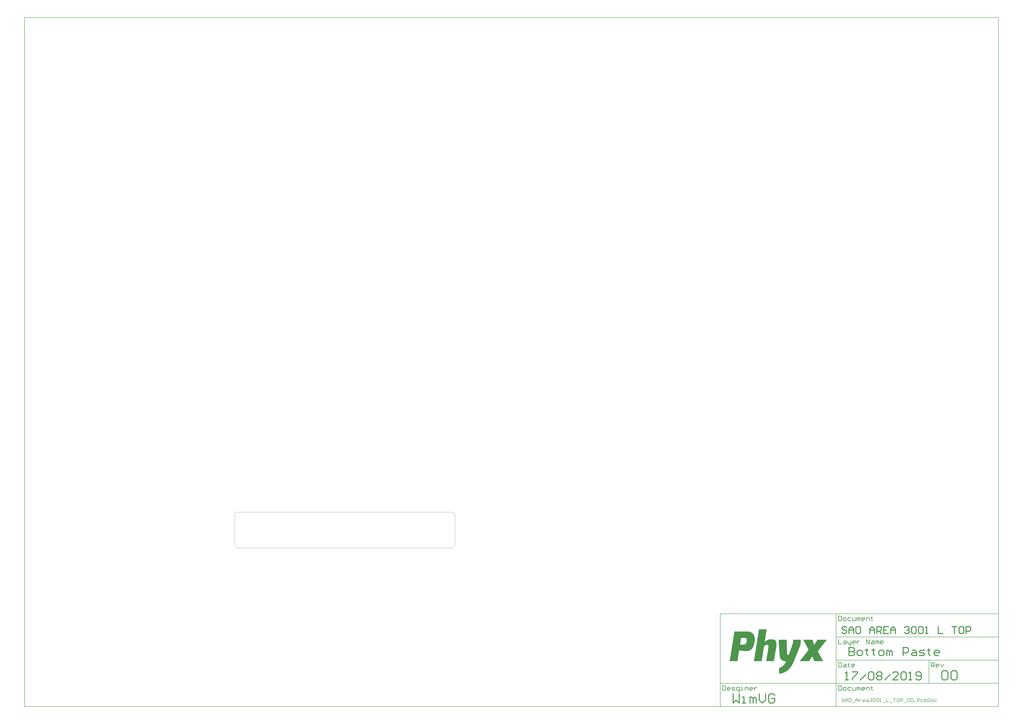
<source format=gbp>
G04*
G04 #@! TF.GenerationSoftware,Altium Limited,Altium Designer,18.1.7 (191)*
G04*
G04 Layer_Color=128*
%FSLAX25Y25*%
%MOIN*%
G70*
G01*
G75*
%ADD10C,0.01575*%
%ADD11C,0.00394*%
%ADD12C,0.00787*%
%ADD13C,0.00984*%
G36*
X872201Y-141778D02*
X873919D01*
Y-142065D01*
X874778D01*
Y-142351D01*
X875637D01*
Y-142637D01*
X876496D01*
Y-142924D01*
X877069D01*
Y-143210D01*
X877355D01*
Y-143496D01*
X877928D01*
Y-143783D01*
X878214D01*
Y-144069D01*
X878786D01*
Y-144355D01*
X879073D01*
Y-144641D01*
X879359D01*
Y-144928D01*
X879646D01*
Y-145214D01*
X879932D01*
Y-145501D01*
X880218D01*
Y-145787D01*
X880504D01*
Y-146073D01*
Y-146359D01*
X880791D01*
Y-146646D01*
X881077D01*
Y-146932D01*
Y-147218D01*
X881363D01*
Y-147505D01*
X881650D01*
Y-147791D01*
Y-148077D01*
X881936D01*
Y-148364D01*
Y-148650D01*
Y-148936D01*
X882222D01*
Y-149223D01*
Y-149509D01*
Y-149795D01*
X882509D01*
Y-150082D01*
Y-150368D01*
Y-150654D01*
Y-150940D01*
X882795D01*
Y-151227D01*
Y-151513D01*
Y-151799D01*
Y-152086D01*
Y-152372D01*
X883081D01*
Y-152658D01*
Y-152945D01*
Y-153231D01*
Y-153517D01*
Y-153804D01*
Y-154090D01*
Y-154376D01*
Y-154663D01*
Y-154949D01*
Y-155235D01*
Y-155521D01*
Y-155808D01*
Y-156094D01*
Y-156380D01*
Y-156667D01*
Y-156953D01*
Y-157239D01*
Y-157526D01*
Y-157812D01*
Y-158098D01*
X882795D01*
Y-158385D01*
Y-158671D01*
Y-158957D01*
Y-159244D01*
Y-159530D01*
Y-159816D01*
Y-160102D01*
X882509D01*
Y-160389D01*
Y-160675D01*
Y-160961D01*
Y-161248D01*
Y-161534D01*
X882222D01*
Y-161820D01*
Y-162107D01*
Y-162393D01*
Y-162679D01*
Y-162966D01*
X881936D01*
Y-163252D01*
Y-163538D01*
Y-163824D01*
X881650D01*
Y-164111D01*
Y-164397D01*
Y-164683D01*
Y-164970D01*
X881363D01*
Y-165256D01*
Y-165542D01*
Y-165829D01*
X881077D01*
Y-166115D01*
Y-166401D01*
X880791D01*
Y-166688D01*
Y-166974D01*
Y-167260D01*
X880504D01*
Y-167547D01*
Y-167833D01*
X880218D01*
Y-168119D01*
Y-168405D01*
X879932D01*
Y-168692D01*
Y-168978D01*
X879646D01*
Y-169264D01*
X879359D01*
Y-169551D01*
Y-169837D01*
X879073D01*
Y-170123D01*
X878786D01*
Y-170410D01*
X878500D01*
Y-170696D01*
Y-170982D01*
X878214D01*
Y-171269D01*
X877928D01*
Y-171555D01*
X877641D01*
Y-171841D01*
X877355D01*
Y-172127D01*
X877069D01*
Y-172414D01*
X876496D01*
Y-172700D01*
X876210D01*
Y-172986D01*
X875637D01*
Y-173273D01*
X875351D01*
Y-173559D01*
X874778D01*
Y-173845D01*
X873919D01*
Y-174132D01*
X873060D01*
Y-174418D01*
X872201D01*
Y-174704D01*
X870483D01*
Y-174991D01*
X865330D01*
Y-174704D01*
X862753D01*
Y-174418D01*
X860749D01*
Y-174132D01*
X859317D01*
Y-173845D01*
X857886D01*
Y-173559D01*
X856454D01*
Y-173845D01*
Y-174132D01*
Y-174418D01*
Y-174704D01*
Y-174991D01*
Y-175277D01*
Y-175563D01*
X856168D01*
Y-175850D01*
Y-176136D01*
Y-176422D01*
Y-176709D01*
Y-176995D01*
Y-177281D01*
X855882D01*
Y-177568D01*
Y-177854D01*
Y-178140D01*
Y-178426D01*
Y-178713D01*
Y-178999D01*
X855595D01*
Y-179285D01*
Y-179572D01*
Y-179858D01*
Y-180144D01*
Y-180431D01*
Y-180717D01*
Y-181003D01*
X855309D01*
Y-181290D01*
Y-181576D01*
Y-181862D01*
Y-182149D01*
Y-182435D01*
Y-182721D01*
X855023D01*
Y-183007D01*
Y-183294D01*
Y-183580D01*
Y-183866D01*
Y-184153D01*
Y-184439D01*
X854736D01*
Y-184725D01*
Y-185012D01*
Y-185298D01*
Y-185584D01*
Y-185871D01*
Y-186157D01*
Y-186443D01*
X854450D01*
Y-186730D01*
Y-187016D01*
Y-187302D01*
Y-187588D01*
Y-187875D01*
Y-188161D01*
X854164D01*
Y-188447D01*
Y-188734D01*
Y-189020D01*
Y-189306D01*
Y-189593D01*
Y-189879D01*
X853877D01*
Y-190165D01*
Y-190452D01*
Y-190738D01*
Y-191024D01*
Y-191311D01*
Y-191597D01*
Y-191883D01*
X840421D01*
Y-191597D01*
X840707D01*
Y-191311D01*
Y-191024D01*
Y-190738D01*
Y-190452D01*
Y-190165D01*
X840993D01*
Y-189879D01*
Y-189593D01*
Y-189306D01*
Y-189020D01*
Y-188734D01*
Y-188447D01*
Y-188161D01*
X841280D01*
Y-187875D01*
Y-187588D01*
Y-187302D01*
Y-187016D01*
Y-186730D01*
Y-186443D01*
X841566D01*
Y-186157D01*
Y-185871D01*
Y-185584D01*
Y-185298D01*
Y-185012D01*
Y-184725D01*
X841852D01*
Y-184439D01*
Y-184153D01*
Y-183866D01*
Y-183580D01*
Y-183294D01*
Y-183007D01*
Y-182721D01*
X842138D01*
Y-182435D01*
Y-182149D01*
Y-181862D01*
Y-181576D01*
Y-181290D01*
Y-181003D01*
X842425D01*
Y-180717D01*
Y-180431D01*
Y-180144D01*
Y-179858D01*
Y-179572D01*
Y-179285D01*
X842711D01*
Y-178999D01*
Y-178713D01*
Y-178426D01*
Y-178140D01*
Y-177854D01*
Y-177568D01*
X842997D01*
Y-177281D01*
Y-176995D01*
Y-176709D01*
Y-176422D01*
Y-176136D01*
Y-175850D01*
Y-175563D01*
X843284D01*
Y-175277D01*
Y-174991D01*
Y-174704D01*
Y-174418D01*
Y-174132D01*
Y-173845D01*
X843570D01*
Y-173559D01*
Y-173273D01*
Y-172986D01*
Y-172700D01*
Y-172414D01*
Y-172127D01*
X843856D01*
Y-171841D01*
Y-171555D01*
Y-171269D01*
Y-170982D01*
Y-170696D01*
Y-170410D01*
X844143D01*
Y-170123D01*
Y-169837D01*
Y-169551D01*
Y-169264D01*
Y-168978D01*
Y-168692D01*
Y-168405D01*
X844429D01*
Y-168119D01*
Y-167833D01*
Y-167547D01*
Y-167260D01*
Y-166974D01*
Y-166688D01*
X844715D01*
Y-166401D01*
Y-166115D01*
Y-165829D01*
Y-165542D01*
Y-165256D01*
Y-164970D01*
X845002D01*
Y-164683D01*
Y-164397D01*
Y-164111D01*
Y-163824D01*
Y-163538D01*
Y-163252D01*
Y-162966D01*
X845288D01*
Y-162679D01*
Y-162393D01*
Y-162107D01*
Y-161820D01*
Y-161534D01*
Y-161248D01*
X845574D01*
Y-160961D01*
Y-160675D01*
Y-160389D01*
Y-160102D01*
Y-159816D01*
Y-159530D01*
X845861D01*
Y-159244D01*
Y-158957D01*
Y-158671D01*
Y-158385D01*
Y-158098D01*
Y-157812D01*
X846147D01*
Y-157526D01*
Y-157239D01*
Y-156953D01*
Y-156667D01*
Y-156380D01*
Y-156094D01*
Y-155808D01*
X846433D01*
Y-155521D01*
Y-155235D01*
Y-154949D01*
Y-154663D01*
Y-154376D01*
Y-154090D01*
X846719D01*
Y-153804D01*
Y-153517D01*
Y-153231D01*
Y-152945D01*
Y-152658D01*
Y-152372D01*
X847006D01*
Y-152086D01*
Y-151799D01*
Y-151513D01*
Y-151227D01*
Y-150940D01*
Y-150654D01*
Y-150368D01*
X847292D01*
Y-150082D01*
Y-149795D01*
Y-149509D01*
Y-149223D01*
Y-148936D01*
Y-148650D01*
X847578D01*
Y-148364D01*
Y-148077D01*
Y-147791D01*
Y-147505D01*
Y-147218D01*
Y-146932D01*
X847865D01*
Y-146646D01*
Y-146359D01*
Y-146073D01*
Y-145787D01*
Y-145501D01*
Y-145214D01*
Y-144928D01*
X848151D01*
Y-144641D01*
Y-144355D01*
Y-144069D01*
Y-143783D01*
Y-143496D01*
Y-143210D01*
X848437D01*
Y-142924D01*
Y-142637D01*
Y-142351D01*
Y-142065D01*
Y-141778D01*
Y-141492D01*
X872201D01*
Y-141778D01*
D02*
G37*
G36*
X903409Y-138343D02*
Y-138629D01*
X903123D01*
Y-138915D01*
Y-139202D01*
Y-139488D01*
Y-139774D01*
Y-140060D01*
Y-140347D01*
X902837D01*
Y-140633D01*
Y-140919D01*
Y-141206D01*
Y-141492D01*
Y-141778D01*
Y-142065D01*
X902551D01*
Y-142351D01*
Y-142637D01*
Y-142924D01*
Y-143210D01*
Y-143496D01*
Y-143783D01*
Y-144069D01*
X902264D01*
Y-144355D01*
Y-144641D01*
Y-144928D01*
Y-145214D01*
Y-145501D01*
Y-145787D01*
X901978D01*
Y-146073D01*
Y-146359D01*
Y-146646D01*
Y-146932D01*
Y-147218D01*
Y-147505D01*
X901692D01*
Y-147791D01*
Y-148077D01*
Y-148364D01*
Y-148650D01*
Y-148936D01*
Y-149223D01*
Y-149509D01*
X901405D01*
Y-149795D01*
Y-150082D01*
Y-150368D01*
Y-150654D01*
Y-150940D01*
Y-151227D01*
X901119D01*
Y-151513D01*
Y-151799D01*
Y-152086D01*
Y-152372D01*
Y-152658D01*
Y-152945D01*
X900833D01*
Y-153231D01*
Y-153517D01*
Y-153804D01*
Y-154090D01*
Y-154376D01*
Y-154663D01*
X900546D01*
Y-154949D01*
Y-155235D01*
Y-155521D01*
Y-155808D01*
Y-156094D01*
Y-156380D01*
Y-156667D01*
X900260D01*
Y-156953D01*
Y-157239D01*
Y-157526D01*
Y-157812D01*
Y-158098D01*
Y-158385D01*
X899974D01*
Y-158671D01*
Y-158957D01*
X900546D01*
Y-158671D01*
X900833D01*
Y-158385D01*
X901119D01*
Y-158098D01*
X901692D01*
Y-157812D01*
X901978D01*
Y-157526D01*
X902264D01*
Y-157239D01*
X902837D01*
Y-156953D01*
X903409D01*
Y-156667D01*
X903696D01*
Y-156380D01*
X904268D01*
Y-156094D01*
X905127D01*
Y-155808D01*
X905700D01*
Y-155521D01*
X906559D01*
Y-155235D01*
X907990D01*
Y-154949D01*
X914289D01*
Y-155235D01*
X915435D01*
Y-155521D01*
X916294D01*
Y-155808D01*
X916866D01*
Y-156094D01*
X917153D01*
Y-156380D01*
X917725D01*
Y-156667D01*
X918011D01*
Y-156953D01*
X918298D01*
Y-157239D01*
X918584D01*
Y-157526D01*
X918870D01*
Y-157812D01*
Y-158098D01*
X919157D01*
Y-158385D01*
Y-158671D01*
X919443D01*
Y-158957D01*
Y-159244D01*
Y-159530D01*
X919729D01*
Y-159816D01*
Y-160102D01*
Y-160389D01*
Y-160675D01*
X920016D01*
Y-160961D01*
Y-161248D01*
Y-161534D01*
Y-161820D01*
Y-162107D01*
Y-162393D01*
Y-162679D01*
Y-162966D01*
Y-163252D01*
Y-163538D01*
Y-163824D01*
Y-164111D01*
Y-164397D01*
Y-164683D01*
Y-164970D01*
Y-165256D01*
Y-165542D01*
Y-165829D01*
X919729D01*
Y-166115D01*
Y-166401D01*
Y-166688D01*
Y-166974D01*
Y-167260D01*
Y-167547D01*
Y-167833D01*
X919443D01*
Y-168119D01*
Y-168405D01*
Y-168692D01*
Y-168978D01*
Y-169264D01*
Y-169551D01*
Y-169837D01*
X919157D01*
Y-170123D01*
Y-170410D01*
Y-170696D01*
Y-170982D01*
Y-171269D01*
Y-171555D01*
X918870D01*
Y-171841D01*
Y-172127D01*
Y-172414D01*
Y-172700D01*
Y-172986D01*
Y-173273D01*
X918584D01*
Y-173559D01*
Y-173845D01*
Y-174132D01*
Y-174418D01*
Y-174704D01*
Y-174991D01*
X918298D01*
Y-175277D01*
Y-175563D01*
Y-175850D01*
Y-176136D01*
Y-176422D01*
Y-176709D01*
Y-176995D01*
X918011D01*
Y-177281D01*
Y-177568D01*
Y-177854D01*
Y-178140D01*
Y-178426D01*
Y-178713D01*
X917725D01*
Y-178999D01*
Y-179285D01*
Y-179572D01*
Y-179858D01*
Y-180144D01*
Y-180431D01*
X917439D01*
Y-180717D01*
Y-181003D01*
Y-181290D01*
Y-181576D01*
Y-181862D01*
Y-182149D01*
Y-182435D01*
X917153D01*
Y-182721D01*
Y-183007D01*
Y-183294D01*
Y-183580D01*
Y-183866D01*
Y-184153D01*
X916866D01*
Y-184439D01*
Y-184725D01*
Y-185012D01*
Y-185298D01*
Y-185584D01*
Y-185871D01*
X916580D01*
Y-186157D01*
Y-186443D01*
Y-186730D01*
Y-187016D01*
Y-187302D01*
Y-187588D01*
X916294D01*
Y-187875D01*
Y-188161D01*
Y-188447D01*
Y-188734D01*
Y-189020D01*
Y-189306D01*
Y-189593D01*
X916007D01*
Y-189879D01*
Y-190165D01*
Y-190452D01*
Y-190738D01*
Y-191024D01*
Y-191311D01*
X915721D01*
Y-191597D01*
Y-191883D01*
X902551D01*
Y-191597D01*
Y-191311D01*
X902837D01*
Y-191024D01*
Y-190738D01*
Y-190452D01*
Y-190165D01*
Y-189879D01*
Y-189593D01*
X903123D01*
Y-189306D01*
Y-189020D01*
Y-188734D01*
Y-188447D01*
Y-188161D01*
Y-187875D01*
Y-187588D01*
X903409D01*
Y-187302D01*
Y-187016D01*
Y-186730D01*
Y-186443D01*
Y-186157D01*
Y-185871D01*
X903696D01*
Y-185584D01*
Y-185298D01*
Y-185012D01*
Y-184725D01*
Y-184439D01*
Y-184153D01*
X903982D01*
Y-183866D01*
Y-183580D01*
Y-183294D01*
Y-183007D01*
Y-182721D01*
Y-182435D01*
Y-182149D01*
X904268D01*
Y-181862D01*
Y-181576D01*
Y-181290D01*
Y-181003D01*
Y-180717D01*
Y-180431D01*
X904555D01*
Y-180144D01*
Y-179858D01*
Y-179572D01*
Y-179285D01*
Y-178999D01*
Y-178713D01*
Y-178426D01*
X904841D01*
Y-178140D01*
Y-177854D01*
Y-177568D01*
Y-177281D01*
Y-176995D01*
Y-176709D01*
X905127D01*
Y-176422D01*
Y-176136D01*
Y-175850D01*
Y-175563D01*
Y-175277D01*
Y-174991D01*
X905414D01*
Y-174704D01*
Y-174418D01*
Y-174132D01*
Y-173845D01*
Y-173559D01*
Y-173273D01*
X905700D01*
Y-172986D01*
Y-172700D01*
Y-172414D01*
Y-172127D01*
Y-171841D01*
Y-171555D01*
Y-171269D01*
X905986D01*
Y-170982D01*
Y-170696D01*
Y-170410D01*
Y-170123D01*
Y-169837D01*
Y-169551D01*
X906273D01*
Y-169264D01*
Y-168978D01*
Y-168692D01*
Y-168405D01*
Y-168119D01*
Y-167833D01*
Y-167547D01*
X906559D01*
Y-167260D01*
Y-166974D01*
Y-166688D01*
Y-166401D01*
Y-166115D01*
Y-165829D01*
X906273D01*
Y-165542D01*
Y-165256D01*
X905986D01*
Y-164970D01*
X905700D01*
Y-164683D01*
X905127D01*
Y-164397D01*
X903409D01*
Y-164683D01*
X901978D01*
Y-164970D01*
X901119D01*
Y-165256D01*
X900546D01*
Y-165542D01*
X900260D01*
Y-165829D01*
X899687D01*
Y-166115D01*
X899401D01*
Y-166401D01*
X899115D01*
Y-166688D01*
Y-166974D01*
X898828D01*
Y-167260D01*
Y-167547D01*
Y-167833D01*
X898542D01*
Y-168119D01*
Y-168405D01*
Y-168692D01*
Y-168978D01*
Y-169264D01*
Y-169551D01*
X898256D01*
Y-169837D01*
Y-170123D01*
Y-170410D01*
Y-170696D01*
Y-170982D01*
Y-171269D01*
Y-171555D01*
X897970D01*
Y-171841D01*
Y-172127D01*
Y-172414D01*
Y-172700D01*
Y-172986D01*
Y-173273D01*
X897683D01*
Y-173559D01*
Y-173845D01*
Y-174132D01*
Y-174418D01*
Y-174704D01*
Y-174991D01*
X897397D01*
Y-175277D01*
Y-175563D01*
Y-175850D01*
Y-176136D01*
Y-176422D01*
Y-176709D01*
X897111D01*
Y-176995D01*
Y-177281D01*
Y-177568D01*
Y-177854D01*
Y-178140D01*
Y-178426D01*
Y-178713D01*
X896824D01*
Y-178999D01*
Y-179285D01*
Y-179572D01*
Y-179858D01*
Y-180144D01*
Y-180431D01*
X896538D01*
Y-180717D01*
Y-181003D01*
Y-181290D01*
Y-181576D01*
Y-181862D01*
Y-182149D01*
X896252D01*
Y-182435D01*
Y-182721D01*
Y-183007D01*
Y-183294D01*
Y-183580D01*
Y-183866D01*
Y-184153D01*
X895965D01*
Y-184439D01*
Y-184725D01*
Y-185012D01*
Y-185298D01*
Y-185584D01*
Y-185871D01*
X895679D01*
Y-186157D01*
Y-186443D01*
Y-186730D01*
Y-187016D01*
Y-187302D01*
Y-187588D01*
X895393D01*
Y-187875D01*
Y-188161D01*
Y-188447D01*
Y-188734D01*
Y-189020D01*
Y-189306D01*
X895106D01*
Y-189593D01*
Y-189879D01*
Y-190165D01*
Y-190452D01*
Y-190738D01*
Y-191024D01*
Y-191311D01*
X894820D01*
Y-191597D01*
Y-191883D01*
X881650D01*
Y-191597D01*
Y-191311D01*
X881936D01*
Y-191024D01*
Y-190738D01*
Y-190452D01*
Y-190165D01*
Y-189879D01*
Y-189593D01*
Y-189306D01*
X882222D01*
Y-189020D01*
Y-188734D01*
Y-188447D01*
Y-188161D01*
Y-187875D01*
Y-187588D01*
X882509D01*
Y-187302D01*
Y-187016D01*
Y-186730D01*
Y-186443D01*
Y-186157D01*
Y-185871D01*
X882795D01*
Y-185584D01*
Y-185298D01*
Y-185012D01*
Y-184725D01*
Y-184439D01*
Y-184153D01*
Y-183866D01*
X883081D01*
Y-183580D01*
Y-183294D01*
Y-183007D01*
Y-182721D01*
Y-182435D01*
Y-182149D01*
X883368D01*
Y-181862D01*
Y-181576D01*
Y-181290D01*
Y-181003D01*
Y-180717D01*
Y-180431D01*
X883654D01*
Y-180144D01*
Y-179858D01*
Y-179572D01*
Y-179285D01*
Y-178999D01*
Y-178713D01*
X883940D01*
Y-178426D01*
Y-178140D01*
Y-177854D01*
Y-177568D01*
Y-177281D01*
Y-176995D01*
Y-176709D01*
X884227D01*
Y-176422D01*
Y-176136D01*
Y-175850D01*
Y-175563D01*
Y-175277D01*
Y-174991D01*
X884513D01*
Y-174704D01*
Y-174418D01*
Y-174132D01*
Y-173845D01*
Y-173559D01*
Y-173273D01*
X884799D01*
Y-172986D01*
Y-172700D01*
Y-172414D01*
Y-172127D01*
Y-171841D01*
Y-171555D01*
Y-171269D01*
X885085D01*
Y-170982D01*
Y-170696D01*
Y-170410D01*
Y-170123D01*
Y-169837D01*
Y-169551D01*
X885372D01*
Y-169264D01*
Y-168978D01*
Y-168692D01*
Y-168405D01*
Y-168119D01*
Y-167833D01*
X885658D01*
Y-167547D01*
Y-167260D01*
Y-166974D01*
Y-166688D01*
Y-166401D01*
Y-166115D01*
X885944D01*
Y-165829D01*
Y-165542D01*
Y-165256D01*
Y-164970D01*
Y-164683D01*
Y-164397D01*
Y-164111D01*
X886231D01*
Y-163824D01*
Y-163538D01*
Y-163252D01*
Y-162966D01*
Y-162679D01*
Y-162393D01*
X886517D01*
Y-162107D01*
Y-161820D01*
Y-161534D01*
Y-161248D01*
Y-160961D01*
Y-160675D01*
X886803D01*
Y-160389D01*
Y-160102D01*
Y-159816D01*
Y-159530D01*
Y-159244D01*
Y-158957D01*
X887090D01*
Y-158671D01*
Y-158385D01*
Y-158098D01*
Y-157812D01*
Y-157526D01*
Y-157239D01*
Y-156953D01*
X887376D01*
Y-156667D01*
Y-156380D01*
Y-156094D01*
Y-155808D01*
Y-155521D01*
Y-155235D01*
X887662D01*
Y-154949D01*
Y-154663D01*
Y-154376D01*
Y-154090D01*
Y-153804D01*
Y-153517D01*
X887949D01*
Y-153231D01*
Y-152945D01*
Y-152658D01*
Y-152372D01*
Y-152086D01*
Y-151799D01*
Y-151513D01*
X888235D01*
Y-151227D01*
Y-150940D01*
Y-150654D01*
Y-150368D01*
Y-150082D01*
Y-149795D01*
X888521D01*
Y-149509D01*
Y-149223D01*
Y-148936D01*
Y-148650D01*
Y-148364D01*
Y-148077D01*
X888807D01*
Y-147791D01*
Y-147505D01*
Y-147218D01*
Y-146932D01*
Y-146646D01*
Y-146359D01*
X889094D01*
Y-146073D01*
Y-145787D01*
Y-145501D01*
Y-145214D01*
Y-144928D01*
Y-144641D01*
Y-144355D01*
X889380D01*
Y-144069D01*
Y-143783D01*
Y-143496D01*
Y-143210D01*
Y-142924D01*
Y-142637D01*
X889666D01*
Y-142351D01*
Y-142065D01*
Y-141778D01*
Y-141492D01*
Y-141206D01*
Y-140919D01*
X889953D01*
Y-140633D01*
Y-140347D01*
Y-140060D01*
Y-139774D01*
Y-139488D01*
Y-139202D01*
Y-138915D01*
X890239D01*
Y-138629D01*
Y-138343D01*
Y-138056D01*
X903409D01*
Y-138343D01*
D02*
G37*
G36*
X1005337Y-155808D02*
X1005050D01*
Y-156094D01*
X1004764D01*
Y-156380D01*
Y-156667D01*
X1004478D01*
Y-156953D01*
X1004192D01*
Y-157239D01*
X1003905D01*
Y-157526D01*
Y-157812D01*
X1003619D01*
Y-158098D01*
X1003333D01*
Y-158385D01*
X1003046D01*
Y-158671D01*
X1002760D01*
Y-158957D01*
Y-159244D01*
X1002474D01*
Y-159530D01*
X1002187D01*
Y-159816D01*
X1001901D01*
Y-160102D01*
Y-160389D01*
X1001615D01*
Y-160675D01*
X1001328D01*
Y-160961D01*
X1001042D01*
Y-161248D01*
X1000756D01*
Y-161534D01*
Y-161820D01*
X1000469D01*
Y-162107D01*
X1000183D01*
Y-162393D01*
X999897D01*
Y-162679D01*
Y-162966D01*
X999611D01*
Y-163252D01*
X999324D01*
Y-163538D01*
X999038D01*
Y-163824D01*
Y-164111D01*
X998752D01*
Y-164397D01*
X998465D01*
Y-164683D01*
X998179D01*
Y-164970D01*
X997893D01*
Y-165256D01*
Y-165542D01*
X997606D01*
Y-165829D01*
X997320D01*
Y-166115D01*
X997034D01*
Y-166401D01*
Y-166688D01*
X996747D01*
Y-166974D01*
X996461D01*
Y-167260D01*
X996175D01*
Y-167547D01*
Y-167833D01*
X995889D01*
Y-168119D01*
X995602D01*
Y-168405D01*
X995316D01*
Y-168692D01*
X995030D01*
Y-168978D01*
Y-169264D01*
X994743D01*
Y-169551D01*
X994457D01*
Y-169837D01*
X994171D01*
Y-170123D01*
Y-170410D01*
X993884D01*
Y-170696D01*
X993598D01*
Y-170982D01*
X993312D01*
Y-171269D01*
Y-171555D01*
X993025D01*
Y-171841D01*
X992739D01*
Y-172127D01*
X992453D01*
Y-172414D01*
X992166D01*
Y-172700D01*
Y-172986D01*
X991880D01*
Y-173273D01*
X991594D01*
Y-173559D01*
X991308D01*
Y-173845D01*
Y-174132D01*
X991021D01*
Y-174418D01*
X990735D01*
Y-174704D01*
X990449D01*
Y-174991D01*
X990162D01*
Y-175277D01*
Y-175563D01*
X990449D01*
Y-175850D01*
Y-176136D01*
X990735D01*
Y-176422D01*
Y-176709D01*
X991021D01*
Y-176995D01*
X991308D01*
Y-177281D01*
Y-177568D01*
X991594D01*
Y-177854D01*
Y-178140D01*
X991880D01*
Y-178426D01*
Y-178713D01*
X992166D01*
Y-178999D01*
Y-179285D01*
X992453D01*
Y-179572D01*
Y-179858D01*
X992739D01*
Y-180144D01*
Y-180431D01*
X993025D01*
Y-180717D01*
Y-181003D01*
X993312D01*
Y-181290D01*
Y-181576D01*
X993598D01*
Y-181862D01*
X993884D01*
Y-182149D01*
Y-182435D01*
X994171D01*
Y-182721D01*
Y-183007D01*
X994457D01*
Y-183294D01*
Y-183580D01*
X994743D01*
Y-183866D01*
Y-184153D01*
X995030D01*
Y-184439D01*
Y-184725D01*
X995316D01*
Y-185012D01*
Y-185298D01*
X995602D01*
Y-185584D01*
Y-185871D01*
X995889D01*
Y-186157D01*
X996175D01*
Y-186443D01*
Y-186730D01*
X996461D01*
Y-187016D01*
Y-187302D01*
X996747D01*
Y-187588D01*
Y-187875D01*
X997034D01*
Y-188161D01*
Y-188447D01*
X997320D01*
Y-188734D01*
Y-189020D01*
X997606D01*
Y-189306D01*
Y-189593D01*
X997893D01*
Y-189879D01*
Y-190165D01*
X998179D01*
Y-190452D01*
X998465D01*
Y-190738D01*
Y-191024D01*
X998752D01*
Y-191311D01*
Y-191597D01*
X999038D01*
Y-191883D01*
X983863D01*
Y-191597D01*
X983577D01*
Y-191311D01*
Y-191024D01*
Y-190738D01*
X983291D01*
Y-190452D01*
Y-190165D01*
Y-189879D01*
X983004D01*
Y-189593D01*
Y-189306D01*
X982718D01*
Y-189020D01*
Y-188734D01*
Y-188447D01*
X982432D01*
Y-188161D01*
Y-187875D01*
Y-187588D01*
X982146D01*
Y-187302D01*
Y-187016D01*
X981859D01*
Y-186730D01*
Y-186443D01*
Y-186157D01*
X981573D01*
Y-185871D01*
Y-185584D01*
Y-185298D01*
X981287D01*
Y-185012D01*
Y-184725D01*
Y-184439D01*
X981000D01*
Y-184153D01*
X980428D01*
Y-184439D01*
Y-184725D01*
X980141D01*
Y-185012D01*
X979855D01*
Y-185298D01*
Y-185584D01*
X979569D01*
Y-185871D01*
X979282D01*
Y-186157D01*
Y-186443D01*
X978996D01*
Y-186730D01*
X978710D01*
Y-187016D01*
Y-187302D01*
X978423D01*
Y-187588D01*
X978137D01*
Y-187875D01*
X977851D01*
Y-188161D01*
Y-188447D01*
X977565D01*
Y-188734D01*
X977278D01*
Y-189020D01*
Y-189306D01*
X976992D01*
Y-189593D01*
X976705D01*
Y-189879D01*
Y-190165D01*
X976419D01*
Y-190452D01*
X976133D01*
Y-190738D01*
Y-191024D01*
X975847D01*
Y-191311D01*
X975560D01*
Y-191597D01*
Y-191883D01*
X959527D01*
Y-191597D01*
X959813D01*
Y-191311D01*
X960099D01*
Y-191024D01*
X960386D01*
Y-190738D01*
X960672D01*
Y-190452D01*
Y-190165D01*
X960958D01*
Y-189879D01*
X961245D01*
Y-189593D01*
X961531D01*
Y-189306D01*
X961817D01*
Y-189020D01*
Y-188734D01*
X962104D01*
Y-188447D01*
X962390D01*
Y-188161D01*
X962676D01*
Y-187875D01*
Y-187588D01*
X962963D01*
Y-187302D01*
X963249D01*
Y-187016D01*
X963535D01*
Y-186730D01*
X963822D01*
Y-186443D01*
Y-186157D01*
X964108D01*
Y-185871D01*
X964394D01*
Y-185584D01*
X964680D01*
Y-185298D01*
X964967D01*
Y-185012D01*
Y-184725D01*
X965253D01*
Y-184439D01*
X965539D01*
Y-184153D01*
X965826D01*
Y-183866D01*
Y-183580D01*
X966112D01*
Y-183294D01*
X966398D01*
Y-183007D01*
X966685D01*
Y-182721D01*
X966971D01*
Y-182435D01*
Y-182149D01*
X967257D01*
Y-181862D01*
X967544D01*
Y-181576D01*
X967830D01*
Y-181290D01*
Y-181003D01*
X968116D01*
Y-180717D01*
X968402D01*
Y-180431D01*
X968689D01*
Y-180144D01*
X968975D01*
Y-179858D01*
Y-179572D01*
X969261D01*
Y-179285D01*
X969548D01*
Y-178999D01*
X969834D01*
Y-178713D01*
Y-178426D01*
X970120D01*
Y-178140D01*
X970407D01*
Y-177854D01*
X970693D01*
Y-177568D01*
X970979D01*
Y-177281D01*
Y-176995D01*
X971266D01*
Y-176709D01*
X971552D01*
Y-176422D01*
X971838D01*
Y-176136D01*
X972124D01*
Y-175850D01*
Y-175563D01*
X972411D01*
Y-175277D01*
X972697D01*
Y-174991D01*
X972983D01*
Y-174704D01*
Y-174418D01*
X973270D01*
Y-174132D01*
X973556D01*
Y-173845D01*
X973842D01*
Y-173559D01*
X974129D01*
Y-173273D01*
Y-172986D01*
X974415D01*
Y-172700D01*
Y-172414D01*
Y-172127D01*
X974129D01*
Y-171841D01*
X973842D01*
Y-171555D01*
Y-171269D01*
X973556D01*
Y-170982D01*
Y-170696D01*
X973270D01*
Y-170410D01*
Y-170123D01*
X972983D01*
Y-169837D01*
Y-169551D01*
X972697D01*
Y-169264D01*
Y-168978D01*
X972411D01*
Y-168692D01*
Y-168405D01*
X972124D01*
Y-168119D01*
X971838D01*
Y-167833D01*
Y-167547D01*
X971552D01*
Y-167260D01*
Y-166974D01*
X971266D01*
Y-166688D01*
Y-166401D01*
X970979D01*
Y-166115D01*
Y-165829D01*
X970693D01*
Y-165542D01*
Y-165256D01*
X970407D01*
Y-164970D01*
Y-164683D01*
X970120D01*
Y-164397D01*
X969834D01*
Y-164111D01*
Y-163824D01*
X969548D01*
Y-163538D01*
Y-163252D01*
X969261D01*
Y-162966D01*
Y-162679D01*
X968975D01*
Y-162393D01*
Y-162107D01*
X968689D01*
Y-161820D01*
Y-161534D01*
X968402D01*
Y-161248D01*
Y-160961D01*
X968116D01*
Y-160675D01*
Y-160389D01*
X967830D01*
Y-160102D01*
X967544D01*
Y-159816D01*
Y-159530D01*
X967257D01*
Y-159244D01*
Y-158957D01*
X966971D01*
Y-158671D01*
Y-158385D01*
X966685D01*
Y-158098D01*
Y-157812D01*
X966398D01*
Y-157526D01*
Y-157239D01*
X966112D01*
Y-156953D01*
Y-156667D01*
X965826D01*
Y-156380D01*
X965539D01*
Y-156094D01*
Y-155808D01*
X965253D01*
Y-155521D01*
X981000D01*
Y-155808D01*
X981287D01*
Y-156094D01*
Y-156380D01*
Y-156667D01*
X981573D01*
Y-156953D01*
Y-157239D01*
Y-157526D01*
X981859D01*
Y-157812D01*
Y-158098D01*
Y-158385D01*
X982146D01*
Y-158671D01*
Y-158957D01*
Y-159244D01*
X982432D01*
Y-159530D01*
Y-159816D01*
Y-160102D01*
X982718D01*
Y-160389D01*
Y-160675D01*
Y-160961D01*
X983004D01*
Y-161248D01*
Y-161534D01*
Y-161820D01*
X983291D01*
Y-162107D01*
Y-162393D01*
Y-162679D01*
X983577D01*
Y-162966D01*
Y-163252D01*
Y-163538D01*
Y-163824D01*
X984150D01*
Y-163538D01*
X984436D01*
Y-163252D01*
X984722D01*
Y-162966D01*
Y-162679D01*
X985009D01*
Y-162393D01*
X985295D01*
Y-162107D01*
Y-161820D01*
X985581D01*
Y-161534D01*
X985868D01*
Y-161248D01*
Y-160961D01*
X986154D01*
Y-160675D01*
X986440D01*
Y-160389D01*
Y-160102D01*
X986726D01*
Y-159816D01*
X987013D01*
Y-159530D01*
Y-159244D01*
X987299D01*
Y-158957D01*
X987585D01*
Y-158671D01*
Y-158385D01*
X987872D01*
Y-158098D01*
X988158D01*
Y-157812D01*
Y-157526D01*
X988444D01*
Y-157239D01*
X988731D01*
Y-156953D01*
Y-156667D01*
X989017D01*
Y-156380D01*
X989303D01*
Y-156094D01*
Y-155808D01*
X989590D01*
Y-155521D01*
X1005337D01*
Y-155808D01*
D02*
G37*
G36*
X961245D02*
Y-156094D01*
Y-156380D01*
Y-156667D01*
Y-156953D01*
Y-157239D01*
Y-157526D01*
Y-157812D01*
Y-158098D01*
Y-158385D01*
Y-158671D01*
Y-158957D01*
Y-159244D01*
Y-159530D01*
Y-159816D01*
Y-160102D01*
Y-160389D01*
Y-160675D01*
Y-160961D01*
Y-161248D01*
Y-161534D01*
X960958D01*
Y-161820D01*
Y-162107D01*
Y-162393D01*
Y-162679D01*
Y-162966D01*
X960672D01*
Y-163252D01*
Y-163538D01*
Y-163824D01*
Y-164111D01*
X960386D01*
Y-164397D01*
Y-164683D01*
Y-164970D01*
Y-165256D01*
X960099D01*
Y-165542D01*
Y-165829D01*
Y-166115D01*
X959813D01*
Y-166401D01*
Y-166688D01*
Y-166974D01*
X959527D01*
Y-167260D01*
Y-167547D01*
Y-167833D01*
X959241D01*
Y-168119D01*
Y-168405D01*
Y-168692D01*
X958954D01*
Y-168978D01*
Y-169264D01*
X958668D01*
Y-169551D01*
Y-169837D01*
X958381D01*
Y-170123D01*
Y-170410D01*
Y-170696D01*
X958095D01*
Y-170982D01*
Y-171269D01*
X957809D01*
Y-171555D01*
Y-171841D01*
Y-172127D01*
X957523D01*
Y-172414D01*
Y-172700D01*
X957236D01*
Y-172986D01*
Y-173273D01*
Y-173559D01*
X956950D01*
Y-173845D01*
Y-174132D01*
X956664D01*
Y-174418D01*
Y-174704D01*
Y-174991D01*
X956377D01*
Y-175277D01*
Y-175563D01*
X956091D01*
Y-175850D01*
Y-176136D01*
Y-176422D01*
X955805D01*
Y-176709D01*
Y-176995D01*
X955518D01*
Y-177281D01*
Y-177568D01*
Y-177854D01*
X955232D01*
Y-178140D01*
Y-178426D01*
X954946D01*
Y-178713D01*
Y-178999D01*
Y-179285D01*
X954659D01*
Y-179572D01*
Y-179858D01*
X954373D01*
Y-180144D01*
Y-180431D01*
Y-180717D01*
X954087D01*
Y-181003D01*
Y-181290D01*
X953800D01*
Y-181576D01*
Y-181862D01*
Y-182149D01*
X953514D01*
Y-182435D01*
Y-182721D01*
X953228D01*
Y-183007D01*
Y-183294D01*
Y-183580D01*
X952942D01*
Y-183866D01*
Y-184153D01*
X952655D01*
Y-184439D01*
Y-184725D01*
Y-185012D01*
X952369D01*
Y-185298D01*
Y-185584D01*
X952083D01*
Y-185871D01*
Y-186157D01*
Y-186443D01*
X951796D01*
Y-186730D01*
Y-187016D01*
X951510D01*
Y-187302D01*
Y-187588D01*
Y-187875D01*
X951224D01*
Y-188161D01*
Y-188447D01*
X950937D01*
Y-188734D01*
Y-189020D01*
Y-189306D01*
X950651D01*
Y-189593D01*
Y-189879D01*
X950365D01*
Y-190165D01*
Y-190452D01*
Y-190738D01*
X950078D01*
Y-191024D01*
Y-191311D01*
X949792D01*
Y-191597D01*
Y-191883D01*
Y-192169D01*
X949506D01*
Y-192456D01*
Y-192742D01*
X949220D01*
Y-193028D01*
Y-193315D01*
X948933D01*
Y-193601D01*
Y-193887D01*
X948647D01*
Y-194174D01*
Y-194460D01*
Y-194746D01*
X948361D01*
Y-195033D01*
X948074D01*
Y-195319D01*
Y-195605D01*
Y-195891D01*
X947788D01*
Y-196178D01*
X947502D01*
Y-196464D01*
Y-196750D01*
X947215D01*
Y-197037D01*
Y-197323D01*
X946929D01*
Y-197609D01*
Y-197896D01*
X946643D01*
Y-198182D01*
Y-198468D01*
X946356D01*
Y-198755D01*
X946070D01*
Y-199041D01*
Y-199327D01*
X945784D01*
Y-199614D01*
Y-199900D01*
X945497D01*
Y-200186D01*
X945211D01*
Y-200472D01*
X944925D01*
Y-200759D01*
Y-201045D01*
X944639D01*
Y-201331D01*
X944352D01*
Y-201618D01*
Y-201904D01*
X944066D01*
Y-202190D01*
X943780D01*
Y-202477D01*
X943493D01*
Y-202763D01*
Y-203049D01*
X943207D01*
Y-203336D01*
X942921D01*
Y-203622D01*
X942634D01*
Y-203908D01*
X942348D01*
Y-204195D01*
X942062D01*
Y-204481D01*
Y-204767D01*
X941775D01*
Y-205053D01*
X941489D01*
Y-205340D01*
X941203D01*
Y-205626D01*
X940916D01*
Y-205912D01*
X940630D01*
Y-206199D01*
X940344D01*
Y-206485D01*
X940057D01*
Y-206771D01*
X939485D01*
Y-207058D01*
X939199D01*
Y-207344D01*
X938912D01*
Y-207630D01*
X938626D01*
Y-207917D01*
X938340D01*
Y-208203D01*
X937767D01*
Y-208489D01*
X937481D01*
Y-208776D01*
X936908D01*
Y-209062D01*
X936622D01*
Y-209348D01*
X936049D01*
Y-209634D01*
X935763D01*
Y-209921D01*
X935190D01*
Y-210207D01*
X934618D01*
Y-210493D01*
X934045D01*
Y-210780D01*
X933472D01*
Y-211066D01*
X932900D01*
Y-211352D01*
X932041D01*
Y-211639D01*
X931468D01*
Y-211925D01*
X930609D01*
Y-212211D01*
X929464D01*
Y-212498D01*
X928319D01*
Y-212784D01*
X926601D01*
Y-213070D01*
X924597D01*
Y-213357D01*
X924310D01*
Y-213070D01*
Y-212784D01*
Y-212498D01*
Y-212211D01*
Y-211925D01*
Y-211639D01*
Y-211352D01*
Y-211066D01*
Y-210780D01*
Y-210493D01*
Y-210207D01*
Y-209921D01*
Y-209634D01*
Y-209348D01*
Y-209062D01*
Y-208776D01*
Y-208489D01*
Y-208203D01*
Y-207917D01*
Y-207630D01*
Y-207344D01*
Y-207058D01*
Y-206771D01*
Y-206485D01*
Y-206199D01*
Y-205912D01*
Y-205626D01*
Y-205340D01*
Y-205053D01*
Y-204767D01*
Y-204481D01*
Y-204195D01*
Y-203908D01*
X924883D01*
Y-203622D01*
X925455D01*
Y-203336D01*
X926028D01*
Y-203049D01*
X926601D01*
Y-202763D01*
X927173D01*
Y-202477D01*
X927746D01*
Y-202190D01*
X928032D01*
Y-201904D01*
X928605D01*
Y-201618D01*
X928891D01*
Y-201331D01*
X929464D01*
Y-201045D01*
X929750D01*
Y-200759D01*
X930037D01*
Y-200472D01*
X930609D01*
Y-200186D01*
X930896D01*
Y-199900D01*
X931182D01*
Y-199614D01*
X931468D01*
Y-199327D01*
X931754D01*
Y-199041D01*
X932041D01*
Y-198755D01*
X932327D01*
Y-198468D01*
X932613D01*
Y-198182D01*
X932900D01*
Y-197896D01*
X933186D01*
Y-197609D01*
X933472D01*
Y-197323D01*
X933759D01*
Y-197037D01*
Y-196750D01*
X934045D01*
Y-196464D01*
X934331D01*
Y-196178D01*
X934618D01*
Y-195891D01*
Y-195605D01*
X934904D01*
Y-195319D01*
X935190D01*
Y-195033D01*
Y-194746D01*
X935476D01*
Y-194460D01*
Y-194174D01*
X935763D01*
Y-193887D01*
X936049D01*
Y-193601D01*
Y-193315D01*
X936335D01*
Y-193028D01*
Y-192742D01*
X936622D01*
Y-192456D01*
Y-192169D01*
X934904D01*
Y-191883D01*
X932900D01*
Y-191597D01*
X931754D01*
Y-191311D01*
X931182D01*
Y-191024D01*
X930323D01*
Y-190738D01*
X929750D01*
Y-190452D01*
X929464D01*
Y-190165D01*
X928891D01*
Y-189879D01*
X928605D01*
Y-189593D01*
X928319D01*
Y-189306D01*
X928032D01*
Y-189020D01*
X927746D01*
Y-188734D01*
X927460D01*
Y-188447D01*
Y-188161D01*
X927173D01*
Y-187875D01*
X926887D01*
Y-187588D01*
Y-187302D01*
X926601D01*
Y-187016D01*
Y-186730D01*
X926315D01*
Y-186443D01*
Y-186157D01*
X926028D01*
Y-185871D01*
Y-185584D01*
Y-185298D01*
X925742D01*
Y-185012D01*
Y-184725D01*
Y-184439D01*
Y-184153D01*
X925455D01*
Y-183866D01*
Y-183580D01*
Y-183294D01*
Y-183007D01*
Y-182721D01*
Y-182435D01*
Y-182149D01*
X925169D01*
Y-181862D01*
Y-181576D01*
Y-181290D01*
Y-181003D01*
Y-180717D01*
Y-180431D01*
Y-180144D01*
Y-179858D01*
Y-179572D01*
Y-179285D01*
Y-178999D01*
Y-178713D01*
Y-178426D01*
Y-178140D01*
Y-177854D01*
X924883D01*
Y-177568D01*
Y-177281D01*
Y-176995D01*
Y-176709D01*
Y-176422D01*
Y-176136D01*
Y-175850D01*
Y-175563D01*
Y-175277D01*
Y-174991D01*
Y-174704D01*
Y-174418D01*
Y-174132D01*
Y-173845D01*
Y-173559D01*
X924597D01*
Y-173273D01*
Y-172986D01*
Y-172700D01*
Y-172414D01*
Y-172127D01*
Y-171841D01*
Y-171555D01*
Y-171269D01*
Y-170982D01*
Y-170696D01*
Y-170410D01*
Y-170123D01*
Y-169837D01*
Y-169551D01*
Y-169264D01*
Y-168978D01*
X924310D01*
Y-168692D01*
Y-168405D01*
Y-168119D01*
Y-167833D01*
Y-167547D01*
Y-167260D01*
Y-166974D01*
Y-166688D01*
Y-166401D01*
Y-166115D01*
Y-165829D01*
Y-165542D01*
Y-165256D01*
Y-164970D01*
Y-164683D01*
Y-164397D01*
X924024D01*
Y-164111D01*
Y-163824D01*
Y-163538D01*
Y-163252D01*
Y-162966D01*
Y-162679D01*
Y-162393D01*
Y-162107D01*
Y-161820D01*
Y-161534D01*
Y-161248D01*
Y-160961D01*
Y-160675D01*
Y-160389D01*
X923738D01*
Y-160102D01*
Y-159816D01*
Y-159530D01*
Y-159244D01*
Y-158957D01*
Y-158671D01*
Y-158385D01*
Y-158098D01*
Y-157812D01*
Y-157526D01*
Y-157239D01*
Y-156953D01*
Y-156667D01*
Y-156380D01*
Y-156094D01*
Y-155808D01*
X923451D01*
Y-155521D01*
X937194D01*
Y-155808D01*
Y-156094D01*
Y-156380D01*
Y-156667D01*
Y-156953D01*
Y-157239D01*
Y-157526D01*
Y-157812D01*
Y-158098D01*
Y-158385D01*
Y-158671D01*
Y-158957D01*
Y-159244D01*
Y-159530D01*
X937481D01*
Y-159816D01*
Y-160102D01*
Y-160389D01*
Y-160675D01*
Y-160961D01*
Y-161248D01*
Y-161534D01*
Y-161820D01*
Y-162107D01*
Y-162393D01*
Y-162679D01*
Y-162966D01*
Y-163252D01*
Y-163538D01*
Y-163824D01*
Y-164111D01*
Y-164397D01*
Y-164683D01*
Y-164970D01*
Y-165256D01*
Y-165542D01*
Y-165829D01*
Y-166115D01*
Y-166401D01*
Y-166688D01*
Y-166974D01*
Y-167260D01*
Y-167547D01*
Y-167833D01*
Y-168119D01*
Y-168405D01*
Y-168692D01*
Y-168978D01*
Y-169264D01*
Y-169551D01*
Y-169837D01*
Y-170123D01*
Y-170410D01*
Y-170696D01*
Y-170982D01*
Y-171269D01*
X937767D01*
Y-171555D01*
X937481D01*
Y-171841D01*
Y-172127D01*
X937767D01*
Y-172414D01*
Y-172700D01*
Y-172986D01*
Y-173273D01*
Y-173559D01*
Y-173845D01*
Y-174132D01*
Y-174418D01*
Y-174704D01*
Y-174991D01*
Y-175277D01*
Y-175563D01*
Y-175850D01*
Y-176136D01*
Y-176422D01*
Y-176709D01*
Y-176995D01*
Y-177281D01*
Y-177568D01*
Y-177854D01*
Y-178140D01*
Y-178426D01*
Y-178713D01*
Y-178999D01*
Y-179285D01*
Y-179572D01*
X938053D01*
Y-179858D01*
Y-180144D01*
Y-180431D01*
X938340D01*
Y-180717D01*
X938626D01*
Y-181003D01*
X938912D01*
Y-181290D01*
X939771D01*
Y-181576D01*
X940630D01*
Y-181290D01*
X940916D01*
Y-181003D01*
Y-180717D01*
Y-180431D01*
X941203D01*
Y-180144D01*
Y-179858D01*
X941489D01*
Y-179572D01*
Y-179285D01*
Y-178999D01*
X941775D01*
Y-178713D01*
Y-178426D01*
Y-178140D01*
X942062D01*
Y-177854D01*
Y-177568D01*
Y-177281D01*
X942348D01*
Y-176995D01*
Y-176709D01*
Y-176422D01*
X942634D01*
Y-176136D01*
Y-175850D01*
X942921D01*
Y-175563D01*
Y-175277D01*
Y-174991D01*
X943207D01*
Y-174704D01*
Y-174418D01*
Y-174132D01*
X943493D01*
Y-173845D01*
Y-173559D01*
Y-173273D01*
X943780D01*
Y-172986D01*
Y-172700D01*
X944066D01*
Y-172414D01*
Y-172127D01*
Y-171841D01*
X944352D01*
Y-171555D01*
Y-171269D01*
Y-170982D01*
X944639D01*
Y-170696D01*
Y-170410D01*
Y-170123D01*
X944925D01*
Y-169837D01*
Y-169551D01*
X945211D01*
Y-169264D01*
Y-168978D01*
Y-168692D01*
X945497D01*
Y-168405D01*
Y-168119D01*
Y-167833D01*
X945784D01*
Y-167547D01*
Y-167260D01*
Y-166974D01*
X946070D01*
Y-166688D01*
Y-166401D01*
X946356D01*
Y-166115D01*
Y-165829D01*
Y-165542D01*
X946643D01*
Y-165256D01*
Y-164970D01*
Y-164683D01*
X946929D01*
Y-164397D01*
Y-164111D01*
Y-163824D01*
X947215D01*
Y-163538D01*
Y-163252D01*
Y-162966D01*
Y-162679D01*
X947502D01*
Y-162393D01*
Y-162107D01*
Y-161820D01*
Y-161534D01*
X947788D01*
Y-161248D01*
Y-160961D01*
Y-160675D01*
Y-160389D01*
Y-160102D01*
X948074D01*
Y-159816D01*
Y-159530D01*
Y-159244D01*
Y-158957D01*
Y-158671D01*
Y-158385D01*
X948361D01*
Y-158098D01*
Y-157812D01*
Y-157526D01*
Y-157239D01*
Y-156953D01*
Y-156667D01*
Y-156380D01*
Y-156094D01*
Y-155808D01*
Y-155521D01*
X961245D01*
Y-155808D01*
D02*
G37*
%LPC*%
G36*
X867907Y-152658D02*
X859890D01*
Y-152945D01*
Y-153231D01*
Y-153517D01*
Y-153804D01*
Y-154090D01*
X859604D01*
Y-154376D01*
Y-154663D01*
Y-154949D01*
Y-155235D01*
Y-155521D01*
Y-155808D01*
X859317D01*
Y-156094D01*
Y-156380D01*
Y-156667D01*
Y-156953D01*
Y-157239D01*
Y-157526D01*
X859031D01*
Y-157812D01*
Y-158098D01*
Y-158385D01*
Y-158671D01*
Y-158957D01*
Y-159244D01*
X858745D01*
Y-159530D01*
Y-159816D01*
Y-160102D01*
Y-160389D01*
Y-160675D01*
Y-160961D01*
Y-161248D01*
X858458D01*
Y-161534D01*
Y-161820D01*
Y-162107D01*
Y-162393D01*
Y-162679D01*
Y-162966D01*
X858172D01*
Y-163252D01*
Y-163538D01*
Y-163824D01*
X865330D01*
Y-163538D01*
X866475D01*
Y-163252D01*
X867048D01*
Y-162966D01*
X867334D01*
Y-162679D01*
X867620D01*
Y-162393D01*
X867907D01*
Y-162107D01*
X868193D01*
Y-161820D01*
Y-161534D01*
X868479D01*
Y-161248D01*
Y-160961D01*
X868766D01*
Y-160675D01*
Y-160389D01*
X869052D01*
Y-160102D01*
Y-159816D01*
Y-159530D01*
Y-159244D01*
X869338D01*
Y-158957D01*
Y-158671D01*
Y-158385D01*
Y-158098D01*
Y-157812D01*
X869625D01*
Y-157526D01*
Y-157239D01*
Y-156953D01*
Y-156667D01*
Y-156380D01*
Y-156094D01*
Y-155808D01*
Y-155521D01*
Y-155235D01*
Y-154949D01*
Y-154663D01*
X869338D01*
Y-154376D01*
Y-154090D01*
X869052D01*
Y-153804D01*
Y-153517D01*
X868766D01*
Y-153231D01*
X868479D01*
Y-152945D01*
X867907D01*
Y-152658D01*
D02*
G37*
%LPD*%
D10*
X1042921Y-168552D02*
Y-182327D01*
X1049809D01*
X1052104Y-180031D01*
Y-177735D01*
X1049809Y-175439D01*
X1042921D01*
X1049809D01*
X1052104Y-173144D01*
Y-170848D01*
X1049809Y-168552D01*
X1042921D01*
X1058992Y-182327D02*
X1063584D01*
X1065879Y-180031D01*
Y-175439D01*
X1063584Y-173144D01*
X1058992D01*
X1056696Y-175439D01*
Y-180031D01*
X1058992Y-182327D01*
X1072767Y-170848D02*
Y-173144D01*
X1070471D01*
X1075063D01*
X1072767D01*
Y-180031D01*
X1075063Y-182327D01*
X1084246Y-170848D02*
Y-173144D01*
X1081950D01*
X1086542D01*
X1084246D01*
Y-180031D01*
X1086542Y-182327D01*
X1095725D02*
X1100317D01*
X1102613Y-180031D01*
Y-175439D01*
X1100317Y-173144D01*
X1095725D01*
X1093430Y-175439D01*
Y-180031D01*
X1095725Y-182327D01*
X1107205D02*
Y-173144D01*
X1109501D01*
X1111796Y-175439D01*
Y-182327D01*
Y-175439D01*
X1114092Y-173144D01*
X1116388Y-175439D01*
Y-182327D01*
X1134755D02*
Y-168552D01*
X1141642D01*
X1143938Y-170848D01*
Y-175439D01*
X1141642Y-177735D01*
X1134755D01*
X1150826Y-173144D02*
X1155417D01*
X1157713Y-175439D01*
Y-182327D01*
X1150826D01*
X1148530Y-180031D01*
X1150826Y-177735D01*
X1157713D01*
X1162305Y-182327D02*
X1169193D01*
X1171488Y-180031D01*
X1169193Y-177735D01*
X1164601D01*
X1162305Y-175439D01*
X1164601Y-173144D01*
X1171488D01*
X1178376Y-170848D02*
Y-173144D01*
X1176080D01*
X1180672D01*
X1178376D01*
Y-180031D01*
X1180672Y-182327D01*
X1194447D02*
X1189855D01*
X1187559Y-180031D01*
Y-175439D01*
X1189855Y-173144D01*
X1194447D01*
X1196743Y-175439D01*
Y-177735D01*
X1187559D01*
X846071Y-247293D02*
Y-263036D01*
X851318Y-257788D01*
X856566Y-263036D01*
Y-247293D01*
X861814Y-263036D02*
X867061D01*
X864437D01*
Y-252540D01*
X861814D01*
X874933Y-263036D02*
Y-252540D01*
X877556D01*
X880180Y-255164D01*
Y-263036D01*
Y-255164D01*
X882804Y-252540D01*
X885428Y-255164D01*
Y-263036D01*
X890676Y-247293D02*
Y-257788D01*
X895923Y-263036D01*
X901171Y-257788D01*
Y-247293D01*
X916914Y-249917D02*
X914290Y-247293D01*
X909042D01*
X906419Y-249917D01*
Y-260412D01*
X909042Y-263036D01*
X914290D01*
X916914Y-260412D01*
Y-255164D01*
X911666D01*
X1200401Y-210546D02*
X1203025Y-207923D01*
X1208273D01*
X1210897Y-210546D01*
Y-221042D01*
X1208273Y-223665D01*
X1203025D01*
X1200401Y-221042D01*
Y-210546D01*
X1216144D02*
X1218768Y-207923D01*
X1224016D01*
X1226639Y-210546D01*
Y-221042D01*
X1224016Y-223665D01*
X1218768D01*
X1216144Y-221042D01*
Y-210546D01*
X1037015Y-223665D02*
X1041607D01*
X1039311D01*
Y-209890D01*
X1037015Y-212186D01*
X1048495Y-209890D02*
X1057678D01*
Y-212186D01*
X1048495Y-221370D01*
Y-223665D01*
X1062270D02*
X1071453Y-214482D01*
X1076045Y-212186D02*
X1078341Y-209890D01*
X1082932D01*
X1085228Y-212186D01*
Y-221370D01*
X1082932Y-223665D01*
X1078341D01*
X1076045Y-221370D01*
Y-212186D01*
X1089820D02*
X1092116Y-209890D01*
X1096707D01*
X1099003Y-212186D01*
Y-214482D01*
X1096707Y-216778D01*
X1099003Y-219074D01*
Y-221370D01*
X1096707Y-223665D01*
X1092116D01*
X1089820Y-221370D01*
Y-219074D01*
X1092116Y-216778D01*
X1089820Y-214482D01*
Y-212186D01*
X1092116Y-216778D02*
X1096707D01*
X1103595Y-223665D02*
X1112778Y-214482D01*
X1126553Y-223665D02*
X1117370D01*
X1126553Y-214482D01*
Y-212186D01*
X1124258Y-209890D01*
X1119666D01*
X1117370Y-212186D01*
X1131145D02*
X1133441Y-209890D01*
X1138033D01*
X1140329Y-212186D01*
Y-221370D01*
X1138033Y-223665D01*
X1133441D01*
X1131145Y-221370D01*
Y-212186D01*
X1144920Y-223665D02*
X1149512D01*
X1147216D01*
Y-209890D01*
X1144920Y-212186D01*
X1156400Y-221370D02*
X1158695Y-223665D01*
X1163287D01*
X1165583Y-221370D01*
Y-212186D01*
X1163287Y-209890D01*
X1158695D01*
X1156400Y-212186D01*
Y-214482D01*
X1158695Y-216778D01*
X1165583D01*
X1038981Y-135086D02*
X1037014Y-133118D01*
X1033078D01*
X1031110Y-135086D01*
Y-137054D01*
X1033078Y-139022D01*
X1037014D01*
X1038981Y-140990D01*
Y-142957D01*
X1037014Y-144925D01*
X1033078D01*
X1031110Y-142957D01*
X1042917Y-144925D02*
Y-137054D01*
X1046853Y-133118D01*
X1050789Y-137054D01*
Y-144925D01*
Y-139022D01*
X1042917D01*
X1060628Y-133118D02*
X1056692D01*
X1054724Y-135086D01*
Y-142957D01*
X1056692Y-144925D01*
X1060628D01*
X1062596Y-142957D01*
Y-135086D01*
X1060628Y-133118D01*
X1078339Y-144925D02*
Y-137054D01*
X1082275Y-133118D01*
X1086210Y-137054D01*
Y-144925D01*
Y-139022D01*
X1078339D01*
X1090146Y-144925D02*
Y-133118D01*
X1096049D01*
X1098017Y-135086D01*
Y-139022D01*
X1096049Y-140990D01*
X1090146D01*
X1094082D02*
X1098017Y-144925D01*
X1109825Y-133118D02*
X1101953D01*
Y-144925D01*
X1109825D01*
X1101953Y-139022D02*
X1105889D01*
X1113760Y-144925D02*
Y-137054D01*
X1117696Y-133118D01*
X1121632Y-137054D01*
Y-144925D01*
Y-139022D01*
X1113760D01*
X1137375Y-135086D02*
X1139343Y-133118D01*
X1143278D01*
X1145246Y-135086D01*
Y-137054D01*
X1143278Y-139022D01*
X1141310D01*
X1143278D01*
X1145246Y-140990D01*
Y-142957D01*
X1143278Y-144925D01*
X1139343D01*
X1137375Y-142957D01*
X1149182Y-135086D02*
X1151150Y-133118D01*
X1155085D01*
X1157053Y-135086D01*
Y-142957D01*
X1155085Y-144925D01*
X1151150D01*
X1149182Y-142957D01*
Y-135086D01*
X1160989D02*
X1162957Y-133118D01*
X1166893D01*
X1168861Y-135086D01*
Y-142957D01*
X1166893Y-144925D01*
X1162957D01*
X1160989Y-142957D01*
Y-135086D01*
X1172796Y-144925D02*
X1176732D01*
X1174764D01*
Y-133118D01*
X1172796Y-135086D01*
X1194443Y-133118D02*
Y-144925D01*
X1202314D01*
X1218057Y-133118D02*
X1225929D01*
X1221993D01*
Y-144925D01*
X1235768Y-133118D02*
X1231832D01*
X1229865Y-135086D01*
Y-142957D01*
X1231832Y-144925D01*
X1235768D01*
X1237736Y-142957D01*
Y-135086D01*
X1235768Y-133118D01*
X1241672Y-144925D02*
Y-133118D01*
X1247575D01*
X1249543Y-135086D01*
Y-139022D01*
X1247575Y-140990D01*
X1241672D01*
D11*
X368110Y0D02*
G03*
X374016Y5906I0J5906D01*
G01*
X374016Y55118D02*
G03*
X368110Y61024I-5906J0D01*
G01*
X5906Y61024D02*
G03*
X0Y55118I0J-5906D01*
G01*
X0Y5906D02*
G03*
X5906Y0I5906J0D01*
G01*
X368110D01*
X374016Y5906D02*
Y55118D01*
X5906Y61024D02*
X368110D01*
X0Y5906D02*
Y55118D01*
D12*
X1178748Y-229571D02*
Y-190201D01*
X1021267Y-150831D02*
X1296858D01*
X1021267Y-190201D02*
X1296858D01*
X824417Y-229571D02*
X1296858D01*
X824417Y-111461D02*
X1296858D01*
X824417Y-268941D02*
Y-111461D01*
X1021267Y-268941D02*
Y-111461D01*
X-356685Y900350D02*
X1296858D01*
Y-268941D02*
Y900350D01*
X-356685Y-268941D02*
Y900350D01*
Y-268941D02*
X1296858D01*
X1035046Y-256147D02*
X1034062Y-255164D01*
X1032094D01*
X1031110Y-256147D01*
Y-257131D01*
X1032094Y-258115D01*
X1034062D01*
X1035046Y-259099D01*
Y-260083D01*
X1034062Y-261067D01*
X1032094D01*
X1031110Y-260083D01*
X1037014Y-261067D02*
Y-257131D01*
X1038981Y-255164D01*
X1040949Y-257131D01*
Y-261067D01*
Y-258115D01*
X1037014D01*
X1045869Y-255164D02*
X1043901D01*
X1042917Y-256147D01*
Y-260083D01*
X1043901Y-261067D01*
X1045869D01*
X1046853Y-260083D01*
Y-256147D01*
X1045869Y-255164D01*
X1048821Y-262051D02*
X1052757D01*
X1054724Y-261067D02*
Y-257131D01*
X1056692Y-255164D01*
X1058660Y-257131D01*
Y-261067D01*
Y-258115D01*
X1054724D01*
X1060628Y-257131D02*
Y-261067D01*
Y-259099D01*
X1061612Y-258115D01*
X1062596Y-257131D01*
X1063580D01*
X1069483Y-261067D02*
X1067515D01*
X1066531Y-260083D01*
Y-258115D01*
X1067515Y-257131D01*
X1069483D01*
X1070467Y-258115D01*
Y-259099D01*
X1066531D01*
X1073419Y-257131D02*
X1075387D01*
X1076371Y-258115D01*
Y-261067D01*
X1073419D01*
X1072435Y-260083D01*
X1073419Y-259099D01*
X1076371D01*
X1078339Y-256147D02*
X1079323Y-255164D01*
X1081291D01*
X1082275Y-256147D01*
Y-257131D01*
X1081291Y-258115D01*
X1080307D01*
X1081291D01*
X1082275Y-259099D01*
Y-260083D01*
X1081291Y-261067D01*
X1079323D01*
X1078339Y-260083D01*
X1084242Y-256147D02*
X1085226Y-255164D01*
X1087194D01*
X1088178Y-256147D01*
Y-260083D01*
X1087194Y-261067D01*
X1085226D01*
X1084242Y-260083D01*
Y-256147D01*
X1090146D02*
X1091130Y-255164D01*
X1093098D01*
X1094082Y-256147D01*
Y-260083D01*
X1093098Y-261067D01*
X1091130D01*
X1090146Y-260083D01*
Y-256147D01*
X1096049Y-261067D02*
X1098017D01*
X1097034D01*
Y-255164D01*
X1096049Y-256147D01*
X1100969Y-262051D02*
X1104905D01*
X1106873Y-255164D02*
Y-261067D01*
X1110808D01*
X1112776Y-262051D02*
X1116712D01*
X1118680Y-255164D02*
X1122616D01*
X1120648D01*
Y-261067D01*
X1127535Y-255164D02*
X1125568D01*
X1124584Y-256147D01*
Y-260083D01*
X1125568Y-261067D01*
X1127535D01*
X1128519Y-260083D01*
Y-256147D01*
X1127535Y-255164D01*
X1130487Y-261067D02*
Y-255164D01*
X1133439D01*
X1134423Y-256147D01*
Y-258115D01*
X1133439Y-259099D01*
X1130487D01*
X1136391Y-262051D02*
X1140326D01*
X1142294Y-256147D02*
X1143278Y-255164D01*
X1145246D01*
X1146230Y-256147D01*
Y-260083D01*
X1145246Y-261067D01*
X1143278D01*
X1142294Y-260083D01*
Y-256147D01*
X1148198D02*
X1149182Y-255164D01*
X1151150D01*
X1152134Y-256147D01*
Y-260083D01*
X1151150Y-261067D01*
X1149182D01*
X1148198Y-260083D01*
Y-256147D01*
X1154102Y-261067D02*
Y-260083D01*
X1155085D01*
Y-261067D01*
X1154102D01*
X1159021D02*
Y-255164D01*
X1161973D01*
X1162957Y-256147D01*
Y-258115D01*
X1161973Y-259099D01*
X1159021D01*
X1168861Y-257131D02*
X1165909D01*
X1164925Y-258115D01*
Y-260083D01*
X1165909Y-261067D01*
X1168861D01*
X1170829Y-255164D02*
Y-261067D01*
X1173780D01*
X1174764Y-260083D01*
Y-259099D01*
Y-258115D01*
X1173780Y-257131D01*
X1170829D01*
X1176732Y-255164D02*
Y-261067D01*
X1179684D01*
X1180668Y-260083D01*
Y-256147D01*
X1179684Y-255164D01*
X1176732D01*
X1183620Y-261067D02*
X1185588D01*
X1186571Y-260083D01*
Y-258115D01*
X1185588Y-257131D01*
X1183620D01*
X1182636Y-258115D01*
Y-260083D01*
X1183620Y-261067D01*
X1192475Y-257131D02*
X1189523D01*
X1188539Y-258115D01*
Y-260083D01*
X1189523Y-261067D01*
X1192475D01*
D13*
X1182685Y-202012D02*
Y-194141D01*
X1186621D01*
X1187932Y-195452D01*
Y-198076D01*
X1186621Y-199388D01*
X1182685D01*
X1185308D02*
X1187932Y-202012D01*
X1194492D02*
X1191868D01*
X1190556Y-200700D01*
Y-198076D01*
X1191868Y-196764D01*
X1194492D01*
X1195804Y-198076D01*
Y-199388D01*
X1190556D01*
X1198428Y-196764D02*
X1201052Y-202012D01*
X1203675Y-196764D01*
X828354Y-233511D02*
Y-241382D01*
X832290D01*
X833602Y-240070D01*
Y-234823D01*
X832290Y-233511D01*
X828354D01*
X840161Y-241382D02*
X837537D01*
X836226Y-240070D01*
Y-237446D01*
X837537Y-236134D01*
X840161D01*
X841473Y-237446D01*
Y-238758D01*
X836226D01*
X844097Y-241382D02*
X848033D01*
X849345Y-240070D01*
X848033Y-238758D01*
X845409D01*
X844097Y-237446D01*
X845409Y-236134D01*
X849345D01*
X854592Y-244006D02*
X855904D01*
X857216Y-242694D01*
Y-236134D01*
X853280D01*
X851968Y-237446D01*
Y-240070D01*
X853280Y-241382D01*
X857216D01*
X859840D02*
X862464D01*
X861152D01*
Y-236134D01*
X859840D01*
X866399Y-241382D02*
Y-236134D01*
X870335D01*
X871647Y-237446D01*
Y-241382D01*
X878207D02*
X875583D01*
X874271Y-240070D01*
Y-237446D01*
X875583Y-236134D01*
X878207D01*
X879519Y-237446D01*
Y-238758D01*
X874271D01*
X882143Y-236134D02*
Y-241382D01*
Y-238758D01*
X883454Y-237446D01*
X884766Y-236134D01*
X886078D01*
X1025204Y-115400D02*
Y-123272D01*
X1029140D01*
X1030452Y-121960D01*
Y-116712D01*
X1029140Y-115400D01*
X1025204D01*
X1034388Y-123272D02*
X1037012D01*
X1038323Y-121960D01*
Y-119336D01*
X1037012Y-118024D01*
X1034388D01*
X1033076Y-119336D01*
Y-121960D01*
X1034388Y-123272D01*
X1046195Y-118024D02*
X1042259D01*
X1040947Y-119336D01*
Y-121960D01*
X1042259Y-123272D01*
X1046195D01*
X1048819Y-118024D02*
Y-121960D01*
X1050131Y-123272D01*
X1054066D01*
Y-118024D01*
X1056690Y-123272D02*
Y-118024D01*
X1058002D01*
X1059314Y-119336D01*
Y-123272D01*
Y-119336D01*
X1060626Y-118024D01*
X1061938Y-119336D01*
Y-123272D01*
X1068498D02*
X1065874D01*
X1064562Y-121960D01*
Y-119336D01*
X1065874Y-118024D01*
X1068498D01*
X1069810Y-119336D01*
Y-120648D01*
X1064562D01*
X1072433Y-123272D02*
Y-118024D01*
X1076369D01*
X1077681Y-119336D01*
Y-123272D01*
X1081617Y-116712D02*
Y-118024D01*
X1080305D01*
X1082929D01*
X1081617D01*
Y-121960D01*
X1082929Y-123272D01*
X1025204Y-154770D02*
Y-162642D01*
X1030452D01*
X1034388Y-157394D02*
X1037012D01*
X1038323Y-158706D01*
Y-162642D01*
X1034388D01*
X1033076Y-161330D01*
X1034388Y-160018D01*
X1038323D01*
X1040947Y-157394D02*
Y-161330D01*
X1042259Y-162642D01*
X1046195D01*
Y-163954D01*
X1044883Y-165266D01*
X1043571D01*
X1046195Y-162642D02*
Y-157394D01*
X1052755Y-162642D02*
X1050131D01*
X1048819Y-161330D01*
Y-158706D01*
X1050131Y-157394D01*
X1052755D01*
X1054066Y-158706D01*
Y-160018D01*
X1048819D01*
X1056690Y-157394D02*
Y-162642D01*
Y-160018D01*
X1058002Y-158706D01*
X1059314Y-157394D01*
X1060626D01*
X1072433Y-162642D02*
Y-154770D01*
X1077681Y-162642D01*
Y-154770D01*
X1081617Y-157394D02*
X1084241D01*
X1085552Y-158706D01*
Y-162642D01*
X1081617D01*
X1080305Y-161330D01*
X1081617Y-160018D01*
X1085552D01*
X1088176Y-162642D02*
Y-157394D01*
X1089488D01*
X1090800Y-158706D01*
Y-162642D01*
Y-158706D01*
X1092112Y-157394D01*
X1093424Y-158706D01*
Y-162642D01*
X1099984D02*
X1097360D01*
X1096048Y-161330D01*
Y-158706D01*
X1097360Y-157394D01*
X1099984D01*
X1101295Y-158706D01*
Y-160018D01*
X1096048D01*
X1025204Y-194141D02*
Y-202012D01*
X1029140D01*
X1030452Y-200700D01*
Y-195452D01*
X1029140Y-194141D01*
X1025204D01*
X1034388Y-196764D02*
X1037012D01*
X1038323Y-198076D01*
Y-202012D01*
X1034388D01*
X1033076Y-200700D01*
X1034388Y-199388D01*
X1038323D01*
X1042259Y-195452D02*
Y-196764D01*
X1040947D01*
X1043571D01*
X1042259D01*
Y-200700D01*
X1043571Y-202012D01*
X1051443D02*
X1048819D01*
X1047507Y-200700D01*
Y-198076D01*
X1048819Y-196764D01*
X1051443D01*
X1052755Y-198076D01*
Y-199388D01*
X1047507D01*
X1025204Y-233511D02*
Y-241382D01*
X1029140D01*
X1030452Y-240070D01*
Y-234823D01*
X1029140Y-233511D01*
X1025204D01*
X1034388Y-241382D02*
X1037012D01*
X1038323Y-240070D01*
Y-237446D01*
X1037012Y-236134D01*
X1034388D01*
X1033076Y-237446D01*
Y-240070D01*
X1034388Y-241382D01*
X1046195Y-236134D02*
X1042259D01*
X1040947Y-237446D01*
Y-240070D01*
X1042259Y-241382D01*
X1046195D01*
X1048819Y-236134D02*
Y-240070D01*
X1050131Y-241382D01*
X1054066D01*
Y-236134D01*
X1056690Y-241382D02*
Y-236134D01*
X1058002D01*
X1059314Y-237446D01*
Y-241382D01*
Y-237446D01*
X1060626Y-236134D01*
X1061938Y-237446D01*
Y-241382D01*
X1068498D02*
X1065874D01*
X1064562Y-240070D01*
Y-237446D01*
X1065874Y-236134D01*
X1068498D01*
X1069810Y-237446D01*
Y-238758D01*
X1064562D01*
X1072433Y-241382D02*
Y-236134D01*
X1076369D01*
X1077681Y-237446D01*
Y-241382D01*
X1081617Y-234823D02*
Y-236134D01*
X1080305D01*
X1082929D01*
X1081617D01*
Y-240070D01*
X1082929Y-241382D01*
M02*

</source>
